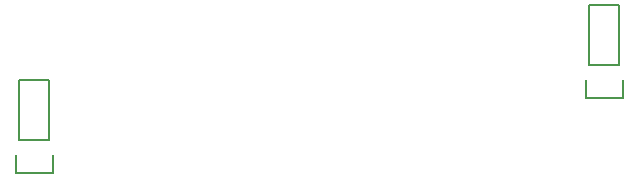
<source format=gbr>
G04 #@! TF.FileFunction,Legend,Bot*
%FSLAX46Y46*%
G04 Gerber Fmt 4.6, Leading zero omitted, Abs format (unit mm)*
G04 Created by KiCad (PCBNEW 4.0.2-stable) date 5/23/2016 10:55:23 AM*
%MOMM*%
G01*
G04 APERTURE LIST*
%ADD10C,0.100000*%
%ADD11C,0.150000*%
G04 APERTURE END LIST*
D10*
D11*
X186690000Y-88900000D02*
X186690000Y-83820000D01*
X186690000Y-83820000D02*
X189230000Y-83820000D01*
X189230000Y-83820000D02*
X189230000Y-88900000D01*
X189510000Y-91720000D02*
X189510000Y-90170000D01*
X189230000Y-88900000D02*
X186690000Y-88900000D01*
X186410000Y-90170000D02*
X186410000Y-91720000D01*
X186410000Y-91720000D02*
X189510000Y-91720000D01*
X138430000Y-95250000D02*
X138430000Y-90170000D01*
X138430000Y-90170000D02*
X140970000Y-90170000D01*
X140970000Y-90170000D02*
X140970000Y-95250000D01*
X141250000Y-98070000D02*
X141250000Y-96520000D01*
X140970000Y-95250000D02*
X138430000Y-95250000D01*
X138150000Y-96520000D02*
X138150000Y-98070000D01*
X138150000Y-98070000D02*
X141250000Y-98070000D01*
M02*

</source>
